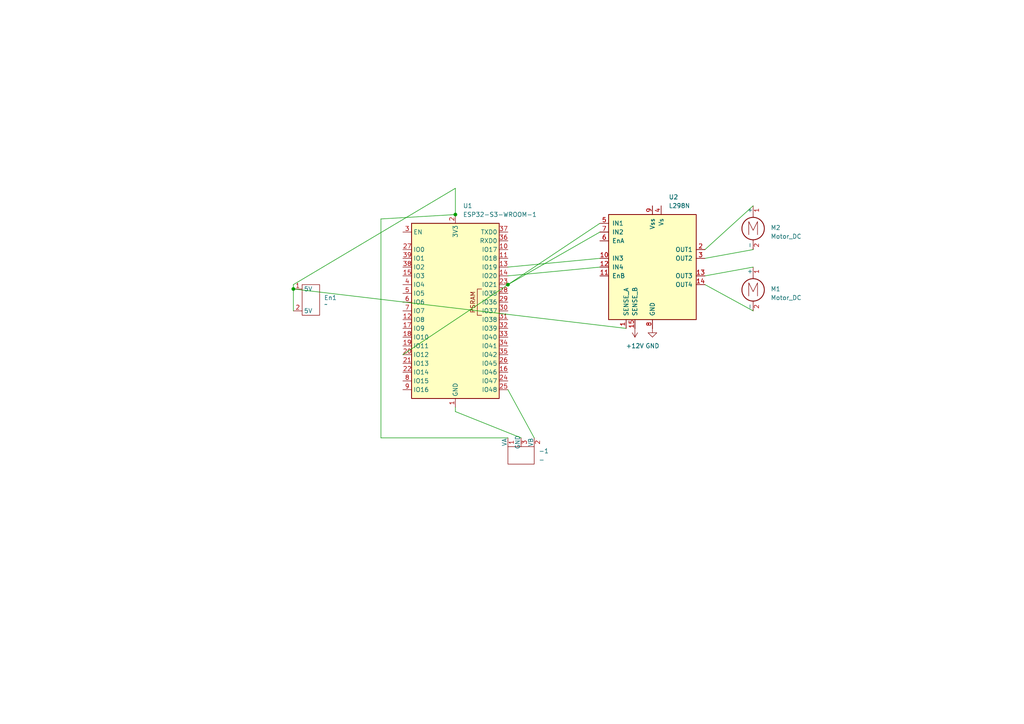
<source format=kicad_sch>
(kicad_sch
	(version 20231120)
	(generator "eeschema")
	(generator_version "8.0")
	(uuid "fbf6d1e7-23a0-49a5-81fd-08a0d567339d")
	(paper "A4")
	(lib_symbols
		(symbol "00_bober1:RGB"
			(pin_names
				(offset 0)
			)
			(exclude_from_sim no)
			(in_bom yes)
			(on_board yes)
			(property "Reference" "-"
				(at -12.446 14.732 0)
				(effects
					(font
						(size 1.27 1.27)
					)
					(justify left)
				)
			)
			(property "Value" "-"
				(at -12.446 14.732 0)
				(effects
					(font
						(size 1.27 1.27)
					)
					(justify left)
				)
			)
			(property "Footprint" "Package_TO_SOT_THT:TO-220-3_Vertical"
				(at -12.446 14.732 0)
				(effects
					(font
						(size 1.27 1.27)
					)
					(justify left)
					(hide yes)
				)
			)
			(property "Datasheet" "-"
				(at -11.43 14.732 0)
				(effects
					(font
						(size 1.27 1.27)
					)
					(hide yes)
				)
			)
			(property "Description" "-"
				(at -11.43 14.732 0)
				(effects
					(font
						(size 1.27 1.27)
					)
					(hide yes)
				)
			)
			(property "ki_keywords" "Constant Current LED Driver IC"
				(at 0 0 0)
				(effects
					(font
						(size 1.27 1.27)
					)
					(hide yes)
				)
			)
			(property "ki_fp_filters" "TO?220*"
				(at 0 0 0)
				(effects
					(font
						(size 1.27 1.27)
					)
					(hide yes)
				)
			)
			(symbol "RGB_0_1"
				(rectangle
					(start -5.08 2.54)
					(end -12.7 -2.54)
					(stroke
						(width 0)
						(type default)
					)
					(fill
						(type none)
					)
				)
			)
			(symbol "RGB_1_1"
				(pin power_in line
					(at -12.7 5.08 270)
					(length 2.54)
					(name "VA"
						(effects
							(font
								(size 1.27 1.27)
							)
						)
					)
					(number "1"
						(effects
							(font
								(size 1.27 1.27)
							)
						)
					)
				)
				(pin input line
					(at -5.08 5.08 270)
					(length 2.54)
					(name "VB"
						(effects
							(font
								(size 1.27 1.27)
							)
						)
					)
					(number "2"
						(effects
							(font
								(size 1.27 1.27)
							)
						)
					)
				)
				(pin power_out line
					(at -8.89 5.08 270)
					(length 2.54)
					(name "GND"
						(effects
							(font
								(size 1.27 1.27)
							)
						)
					)
					(number "3"
						(effects
							(font
								(size 1.27 1.27)
							)
						)
					)
				)
			)
		)
		(symbol "00_bober1:button"
			(exclude_from_sim no)
			(in_bom yes)
			(on_board yes)
			(property "Reference" "En"
				(at -0.254 4.064 0)
				(effects
					(font
						(size 1.27 1.27)
					)
				)
			)
			(property "Value" ""
				(at 0 0 0)
				(effects
					(font
						(size 1.27 1.27)
					)
				)
			)
			(property "Footprint" ""
				(at 0 0 0)
				(effects
					(font
						(size 1.27 1.27)
					)
					(hide yes)
				)
			)
			(property "Datasheet" ""
				(at 0 0 0)
				(effects
					(font
						(size 1.27 1.27)
					)
					(hide yes)
				)
			)
			(property "Description" ""
				(at 0 0 0)
				(effects
					(font
						(size 1.27 1.27)
					)
					(hide yes)
				)
			)
			(symbol "button_0_1"
				(rectangle
					(start -2.54 2.54)
					(end 2.54 -6.35)
					(stroke
						(width 0)
						(type default)
					)
					(fill
						(type none)
					)
				)
			)
			(symbol "button_1_1"
				(pin power_in line
					(at -5.08 1.27 0)
					(length 2.54)
					(name "5V"
						(effects
							(font
								(size 1.27 1.27)
							)
						)
					)
					(number "1"
						(effects
							(font
								(size 1.27 1.27)
							)
						)
					)
				)
				(pin power_out line
					(at -5.08 -5.08 0)
					(length 2.54)
					(name "5V"
						(effects
							(font
								(size 1.27 1.27)
							)
						)
					)
					(number "2"
						(effects
							(font
								(size 1.27 1.27)
							)
						)
					)
				)
			)
		)
		(symbol "Driver_Motor:L298N"
			(pin_names
				(offset 1.016)
			)
			(exclude_from_sim no)
			(in_bom yes)
			(on_board yes)
			(property "Reference" "U"
				(at -10.16 16.51 0)
				(effects
					(font
						(size 1.27 1.27)
					)
					(justify right)
				)
			)
			(property "Value" "L298N"
				(at 12.7 16.51 0)
				(effects
					(font
						(size 1.27 1.27)
					)
					(justify right)
				)
			)
			(property "Footprint" "Package_TO_SOT_THT:TO-220-15_P2.54x2.54mm_StaggerOdd_Lead4.58mm_Vertical"
				(at 1.27 -16.51 0)
				(effects
					(font
						(size 1.27 1.27)
					)
					(justify left)
					(hide yes)
				)
			)
			(property "Datasheet" "http://www.st.com/st-web-ui/static/active/en/resource/technical/document/datasheet/CD00000240.pdf"
				(at 3.81 6.35 0)
				(effects
					(font
						(size 1.27 1.27)
					)
					(hide yes)
				)
			)
			(property "Description" "Dual full bridge motor driver, up to 46V, 4A, Multiwatt15-V"
				(at 0 0 0)
				(effects
					(font
						(size 1.27 1.27)
					)
					(hide yes)
				)
			)
			(property "ki_keywords" "H-bridge motor driver"
				(at 0 0 0)
				(effects
					(font
						(size 1.27 1.27)
					)
					(hide yes)
				)
			)
			(property "ki_fp_filters" "TO?220*StaggerOdd*Vertical*"
				(at 0 0 0)
				(effects
					(font
						(size 1.27 1.27)
					)
					(hide yes)
				)
			)
			(symbol "L298N_0_1"
				(rectangle
					(start -12.7 15.24)
					(end 12.7 -15.24)
					(stroke
						(width 0.254)
						(type default)
					)
					(fill
						(type background)
					)
				)
			)
			(symbol "L298N_1_1"
				(pin power_in line
					(at -7.62 -17.78 90)
					(length 2.54)
					(name "SENSE_A"
						(effects
							(font
								(size 1.27 1.27)
							)
						)
					)
					(number "1"
						(effects
							(font
								(size 1.27 1.27)
							)
						)
					)
				)
				(pin input line
					(at -15.24 2.54 0)
					(length 2.54)
					(name "IN3"
						(effects
							(font
								(size 1.27 1.27)
							)
						)
					)
					(number "10"
						(effects
							(font
								(size 1.27 1.27)
							)
						)
					)
				)
				(pin input line
					(at -15.24 -2.54 0)
					(length 2.54)
					(name "EnB"
						(effects
							(font
								(size 1.27 1.27)
							)
						)
					)
					(number "11"
						(effects
							(font
								(size 1.27 1.27)
							)
						)
					)
				)
				(pin input line
					(at -15.24 0 0)
					(length 2.54)
					(name "IN4"
						(effects
							(font
								(size 1.27 1.27)
							)
						)
					)
					(number "12"
						(effects
							(font
								(size 1.27 1.27)
							)
						)
					)
				)
				(pin output line
					(at 15.24 -2.54 180)
					(length 2.54)
					(name "OUT3"
						(effects
							(font
								(size 1.27 1.27)
							)
						)
					)
					(number "13"
						(effects
							(font
								(size 1.27 1.27)
							)
						)
					)
				)
				(pin output line
					(at 15.24 -5.08 180)
					(length 2.54)
					(name "OUT4"
						(effects
							(font
								(size 1.27 1.27)
							)
						)
					)
					(number "14"
						(effects
							(font
								(size 1.27 1.27)
							)
						)
					)
				)
				(pin power_in line
					(at -5.08 -17.78 90)
					(length 2.54)
					(name "SENSE_B"
						(effects
							(font
								(size 1.27 1.27)
							)
						)
					)
					(number "15"
						(effects
							(font
								(size 1.27 1.27)
							)
						)
					)
				)
				(pin output line
					(at 15.24 5.08 180)
					(length 2.54)
					(name "OUT1"
						(effects
							(font
								(size 1.27 1.27)
							)
						)
					)
					(number "2"
						(effects
							(font
								(size 1.27 1.27)
							)
						)
					)
				)
				(pin output line
					(at 15.24 2.54 180)
					(length 2.54)
					(name "OUT2"
						(effects
							(font
								(size 1.27 1.27)
							)
						)
					)
					(number "3"
						(effects
							(font
								(size 1.27 1.27)
							)
						)
					)
				)
				(pin power_in line
					(at 2.54 17.78 270)
					(length 2.54)
					(name "Vs"
						(effects
							(font
								(size 1.27 1.27)
							)
						)
					)
					(number "4"
						(effects
							(font
								(size 1.27 1.27)
							)
						)
					)
				)
				(pin input line
					(at -15.24 12.7 0)
					(length 2.54)
					(name "IN1"
						(effects
							(font
								(size 1.27 1.27)
							)
						)
					)
					(number "5"
						(effects
							(font
								(size 1.27 1.27)
							)
						)
					)
				)
				(pin input line
					(at -15.24 7.62 0)
					(length 2.54)
					(name "EnA"
						(effects
							(font
								(size 1.27 1.27)
							)
						)
					)
					(number "6"
						(effects
							(font
								(size 1.27 1.27)
							)
						)
					)
				)
				(pin input line
					(at -15.24 10.16 0)
					(length 2.54)
					(name "IN2"
						(effects
							(font
								(size 1.27 1.27)
							)
						)
					)
					(number "7"
						(effects
							(font
								(size 1.27 1.27)
							)
						)
					)
				)
				(pin power_in line
					(at 0 -17.78 90)
					(length 2.54)
					(name "GND"
						(effects
							(font
								(size 1.27 1.27)
							)
						)
					)
					(number "8"
						(effects
							(font
								(size 1.27 1.27)
							)
						)
					)
				)
				(pin power_in line
					(at 0 17.78 270)
					(length 2.54)
					(name "Vss"
						(effects
							(font
								(size 1.27 1.27)
							)
						)
					)
					(number "9"
						(effects
							(font
								(size 1.27 1.27)
							)
						)
					)
				)
			)
		)
		(symbol "Motor:Motor_DC"
			(pin_names
				(offset 0)
			)
			(exclude_from_sim no)
			(in_bom yes)
			(on_board yes)
			(property "Reference" "M"
				(at 2.54 2.54 0)
				(effects
					(font
						(size 1.27 1.27)
					)
					(justify left)
				)
			)
			(property "Value" "Motor_DC"
				(at 2.54 -5.08 0)
				(effects
					(font
						(size 1.27 1.27)
					)
					(justify left top)
				)
			)
			(property "Footprint" ""
				(at 0 -2.286 0)
				(effects
					(font
						(size 1.27 1.27)
					)
					(hide yes)
				)
			)
			(property "Datasheet" "~"
				(at 0 -2.286 0)
				(effects
					(font
						(size 1.27 1.27)
					)
					(hide yes)
				)
			)
			(property "Description" "DC Motor"
				(at 0 0 0)
				(effects
					(font
						(size 1.27 1.27)
					)
					(hide yes)
				)
			)
			(property "ki_keywords" "DC Motor"
				(at 0 0 0)
				(effects
					(font
						(size 1.27 1.27)
					)
					(hide yes)
				)
			)
			(property "ki_fp_filters" "PinHeader*P2.54mm* TerminalBlock*"
				(at 0 0 0)
				(effects
					(font
						(size 1.27 1.27)
					)
					(hide yes)
				)
			)
			(symbol "Motor_DC_0_0"
				(polyline
					(pts
						(xy -1.27 -3.302) (xy -1.27 0.508) (xy 0 -2.032) (xy 1.27 0.508) (xy 1.27 -3.302)
					)
					(stroke
						(width 0)
						(type default)
					)
					(fill
						(type none)
					)
				)
			)
			(symbol "Motor_DC_0_1"
				(circle
					(center 0 -1.524)
					(radius 3.2512)
					(stroke
						(width 0.254)
						(type default)
					)
					(fill
						(type none)
					)
				)
				(polyline
					(pts
						(xy 0 -7.62) (xy 0 -7.112)
					)
					(stroke
						(width 0)
						(type default)
					)
					(fill
						(type none)
					)
				)
				(polyline
					(pts
						(xy 0 -4.7752) (xy 0 -5.1816)
					)
					(stroke
						(width 0)
						(type default)
					)
					(fill
						(type none)
					)
				)
				(polyline
					(pts
						(xy 0 1.7272) (xy 0 2.0828)
					)
					(stroke
						(width 0)
						(type default)
					)
					(fill
						(type none)
					)
				)
				(polyline
					(pts
						(xy 0 2.032) (xy 0 2.54)
					)
					(stroke
						(width 0)
						(type default)
					)
					(fill
						(type none)
					)
				)
			)
			(symbol "Motor_DC_1_1"
				(pin passive line
					(at 0 5.08 270)
					(length 2.54)
					(name "+"
						(effects
							(font
								(size 1.27 1.27)
							)
						)
					)
					(number "1"
						(effects
							(font
								(size 1.27 1.27)
							)
						)
					)
				)
				(pin passive line
					(at 0 -7.62 90)
					(length 2.54)
					(name "-"
						(effects
							(font
								(size 1.27 1.27)
							)
						)
					)
					(number "2"
						(effects
							(font
								(size 1.27 1.27)
							)
						)
					)
				)
			)
		)
		(symbol "RF_Module:ESP32-S3-WROOM-1"
			(exclude_from_sim no)
			(in_bom yes)
			(on_board yes)
			(property "Reference" "U"
				(at -12.7 26.67 0)
				(effects
					(font
						(size 1.27 1.27)
					)
				)
			)
			(property "Value" "ESP32-S3-WROOM-1"
				(at 12.7 26.67 0)
				(effects
					(font
						(size 1.27 1.27)
					)
				)
			)
			(property "Footprint" "RF_Module:ESP32-S3-WROOM-1"
				(at 0 2.54 0)
				(effects
					(font
						(size 1.27 1.27)
					)
					(hide yes)
				)
			)
			(property "Datasheet" "https://www.espressif.com/sites/default/files/documentation/esp32-s3-wroom-1_wroom-1u_datasheet_en.pdf"
				(at 0 0 0)
				(effects
					(font
						(size 1.27 1.27)
					)
					(hide yes)
				)
			)
			(property "Description" "RF Module, ESP32-S3 SoC, Wi-Fi 802.11b/g/n, Bluetooth, BLE, 32-bit, 3.3V, onboard antenna, SMD"
				(at 0 0 0)
				(effects
					(font
						(size 1.27 1.27)
					)
					(hide yes)
				)
			)
			(property "ki_keywords" "RF Radio BT ESP ESP32-S3 Espressif onboard PCB antenna"
				(at 0 0 0)
				(effects
					(font
						(size 1.27 1.27)
					)
					(hide yes)
				)
			)
			(property "ki_fp_filters" "ESP32?S3?WROOM?1*"
				(at 0 0 0)
				(effects
					(font
						(size 1.27 1.27)
					)
					(hide yes)
				)
			)
			(symbol "ESP32-S3-WROOM-1_0_0"
				(rectangle
					(start -12.7 25.4)
					(end 12.7 -25.4)
					(stroke
						(width 0.254)
						(type default)
					)
					(fill
						(type background)
					)
				)
				(text "PSRAM"
					(at 5.08 2.54 900)
					(effects
						(font
							(size 1.27 1.27)
						)
					)
				)
			)
			(symbol "ESP32-S3-WROOM-1_0_1"
				(polyline
					(pts
						(xy 7.62 -1.27) (xy 6.35 -1.27) (xy 6.35 6.35) (xy 7.62 6.35)
					)
					(stroke
						(width 0)
						(type default)
					)
					(fill
						(type none)
					)
				)
			)
			(symbol "ESP32-S3-WROOM-1_1_1"
				(pin power_in line
					(at 0 -27.94 90)
					(length 2.54)
					(name "GND"
						(effects
							(font
								(size 1.27 1.27)
							)
						)
					)
					(number "1"
						(effects
							(font
								(size 1.27 1.27)
							)
						)
					)
				)
				(pin bidirectional line
					(at 15.24 17.78 180)
					(length 2.54)
					(name "IO17"
						(effects
							(font
								(size 1.27 1.27)
							)
						)
					)
					(number "10"
						(effects
							(font
								(size 1.27 1.27)
							)
						)
					)
				)
				(pin bidirectional line
					(at 15.24 15.24 180)
					(length 2.54)
					(name "IO18"
						(effects
							(font
								(size 1.27 1.27)
							)
						)
					)
					(number "11"
						(effects
							(font
								(size 1.27 1.27)
							)
						)
					)
				)
				(pin bidirectional line
					(at -15.24 -2.54 0)
					(length 2.54)
					(name "IO8"
						(effects
							(font
								(size 1.27 1.27)
							)
						)
					)
					(number "12"
						(effects
							(font
								(size 1.27 1.27)
							)
						)
					)
				)
				(pin bidirectional line
					(at 15.24 12.7 180)
					(length 2.54)
					(name "IO19"
						(effects
							(font
								(size 1.27 1.27)
							)
						)
					)
					(number "13"
						(effects
							(font
								(size 1.27 1.27)
							)
						)
					)
				)
				(pin bidirectional line
					(at 15.24 10.16 180)
					(length 2.54)
					(name "IO20"
						(effects
							(font
								(size 1.27 1.27)
							)
						)
					)
					(number "14"
						(effects
							(font
								(size 1.27 1.27)
							)
						)
					)
				)
				(pin bidirectional line
					(at -15.24 10.16 0)
					(length 2.54)
					(name "IO3"
						(effects
							(font
								(size 1.27 1.27)
							)
						)
					)
					(number "15"
						(effects
							(font
								(size 1.27 1.27)
							)
						)
					)
				)
				(pin bidirectional line
					(at 15.24 -17.78 180)
					(length 2.54)
					(name "IO46"
						(effects
							(font
								(size 1.27 1.27)
							)
						)
					)
					(number "16"
						(effects
							(font
								(size 1.27 1.27)
							)
						)
					)
				)
				(pin bidirectional line
					(at -15.24 -5.08 0)
					(length 2.54)
					(name "IO9"
						(effects
							(font
								(size 1.27 1.27)
							)
						)
					)
					(number "17"
						(effects
							(font
								(size 1.27 1.27)
							)
						)
					)
				)
				(pin bidirectional line
					(at -15.24 -7.62 0)
					(length 2.54)
					(name "IO10"
						(effects
							(font
								(size 1.27 1.27)
							)
						)
					)
					(number "18"
						(effects
							(font
								(size 1.27 1.27)
							)
						)
					)
				)
				(pin bidirectional line
					(at -15.24 -10.16 0)
					(length 2.54)
					(name "IO11"
						(effects
							(font
								(size 1.27 1.27)
							)
						)
					)
					(number "19"
						(effects
							(font
								(size 1.27 1.27)
							)
						)
					)
				)
				(pin power_in line
					(at 0 27.94 270)
					(length 2.54)
					(name "3V3"
						(effects
							(font
								(size 1.27 1.27)
							)
						)
					)
					(number "2"
						(effects
							(font
								(size 1.27 1.27)
							)
						)
					)
				)
				(pin bidirectional line
					(at -15.24 -12.7 0)
					(length 2.54)
					(name "IO12"
						(effects
							(font
								(size 1.27 1.27)
							)
						)
					)
					(number "20"
						(effects
							(font
								(size 1.27 1.27)
							)
						)
					)
				)
				(pin bidirectional line
					(at -15.24 -15.24 0)
					(length 2.54)
					(name "IO13"
						(effects
							(font
								(size 1.27 1.27)
							)
						)
					)
					(number "21"
						(effects
							(font
								(size 1.27 1.27)
							)
						)
					)
				)
				(pin bidirectional line
					(at -15.24 -17.78 0)
					(length 2.54)
					(name "IO14"
						(effects
							(font
								(size 1.27 1.27)
							)
						)
					)
					(number "22"
						(effects
							(font
								(size 1.27 1.27)
							)
						)
					)
				)
				(pin bidirectional line
					(at 15.24 7.62 180)
					(length 2.54)
					(name "IO21"
						(effects
							(font
								(size 1.27 1.27)
							)
						)
					)
					(number "23"
						(effects
							(font
								(size 1.27 1.27)
							)
						)
					)
				)
				(pin bidirectional line
					(at 15.24 -20.32 180)
					(length 2.54)
					(name "IO47"
						(effects
							(font
								(size 1.27 1.27)
							)
						)
					)
					(number "24"
						(effects
							(font
								(size 1.27 1.27)
							)
						)
					)
				)
				(pin bidirectional line
					(at 15.24 -22.86 180)
					(length 2.54)
					(name "IO48"
						(effects
							(font
								(size 1.27 1.27)
							)
						)
					)
					(number "25"
						(effects
							(font
								(size 1.27 1.27)
							)
						)
					)
				)
				(pin bidirectional line
					(at 15.24 -15.24 180)
					(length 2.54)
					(name "IO45"
						(effects
							(font
								(size 1.27 1.27)
							)
						)
					)
					(number "26"
						(effects
							(font
								(size 1.27 1.27)
							)
						)
					)
				)
				(pin bidirectional line
					(at -15.24 17.78 0)
					(length 2.54)
					(name "IO0"
						(effects
							(font
								(size 1.27 1.27)
							)
						)
					)
					(number "27"
						(effects
							(font
								(size 1.27 1.27)
							)
						)
					)
				)
				(pin bidirectional line
					(at 15.24 5.08 180)
					(length 2.54)
					(name "IO35"
						(effects
							(font
								(size 1.27 1.27)
							)
						)
					)
					(number "28"
						(effects
							(font
								(size 1.27 1.27)
							)
						)
					)
				)
				(pin bidirectional line
					(at 15.24 2.54 180)
					(length 2.54)
					(name "IO36"
						(effects
							(font
								(size 1.27 1.27)
							)
						)
					)
					(number "29"
						(effects
							(font
								(size 1.27 1.27)
							)
						)
					)
				)
				(pin input line
					(at -15.24 22.86 0)
					(length 2.54)
					(name "EN"
						(effects
							(font
								(size 1.27 1.27)
							)
						)
					)
					(number "3"
						(effects
							(font
								(size 1.27 1.27)
							)
						)
					)
				)
				(pin bidirectional line
					(at 15.24 0 180)
					(length 2.54)
					(name "IO37"
						(effects
							(font
								(size 1.27 1.27)
							)
						)
					)
					(number "30"
						(effects
							(font
								(size 1.27 1.27)
							)
						)
					)
				)
				(pin bidirectional line
					(at 15.24 -2.54 180)
					(length 2.54)
					(name "IO38"
						(effects
							(font
								(size 1.27 1.27)
							)
						)
					)
					(number "31"
						(effects
							(font
								(size 1.27 1.27)
							)
						)
					)
				)
				(pin bidirectional line
					(at 15.24 -5.08 180)
					(length 2.54)
					(name "IO39"
						(effects
							(font
								(size 1.27 1.27)
							)
						)
					)
					(number "32"
						(effects
							(font
								(size 1.27 1.27)
							)
						)
					)
				)
				(pin bidirectional line
					(at 15.24 -7.62 180)
					(length 2.54)
					(name "IO40"
						(effects
							(font
								(size 1.27 1.27)
							)
						)
					)
					(number "33"
						(effects
							(font
								(size 1.27 1.27)
							)
						)
					)
				)
				(pin bidirectional line
					(at 15.24 -10.16 180)
					(length 2.54)
					(name "IO41"
						(effects
							(font
								(size 1.27 1.27)
							)
						)
					)
					(number "34"
						(effects
							(font
								(size 1.27 1.27)
							)
						)
					)
				)
				(pin bidirectional line
					(at 15.24 -12.7 180)
					(length 2.54)
					(name "IO42"
						(effects
							(font
								(size 1.27 1.27)
							)
						)
					)
					(number "35"
						(effects
							(font
								(size 1.27 1.27)
							)
						)
					)
				)
				(pin bidirectional line
					(at 15.24 20.32 180)
					(length 2.54)
					(name "RXD0"
						(effects
							(font
								(size 1.27 1.27)
							)
						)
					)
					(number "36"
						(effects
							(font
								(size 1.27 1.27)
							)
						)
					)
				)
				(pin bidirectional line
					(at 15.24 22.86 180)
					(length 2.54)
					(name "TXD0"
						(effects
							(font
								(size 1.27 1.27)
							)
						)
					)
					(number "37"
						(effects
							(font
								(size 1.27 1.27)
							)
						)
					)
				)
				(pin bidirectional line
					(at -15.24 12.7 0)
					(length 2.54)
					(name "IO2"
						(effects
							(font
								(size 1.27 1.27)
							)
						)
					)
					(number "38"
						(effects
							(font
								(size 1.27 1.27)
							)
						)
					)
				)
				(pin bidirectional line
					(at -15.24 15.24 0)
					(length 2.54)
					(name "IO1"
						(effects
							(font
								(size 1.27 1.27)
							)
						)
					)
					(number "39"
						(effects
							(font
								(size 1.27 1.27)
							)
						)
					)
				)
				(pin bidirectional line
					(at -15.24 7.62 0)
					(length 2.54)
					(name "IO4"
						(effects
							(font
								(size 1.27 1.27)
							)
						)
					)
					(number "4"
						(effects
							(font
								(size 1.27 1.27)
							)
						)
					)
				)
				(pin passive line
					(at 0 -27.94 90)
					(length 2.54) hide
					(name "GND"
						(effects
							(font
								(size 1.27 1.27)
							)
						)
					)
					(number "40"
						(effects
							(font
								(size 1.27 1.27)
							)
						)
					)
				)
				(pin passive line
					(at 0 -27.94 90)
					(length 2.54) hide
					(name "GND"
						(effects
							(font
								(size 1.27 1.27)
							)
						)
					)
					(number "41"
						(effects
							(font
								(size 1.27 1.27)
							)
						)
					)
				)
				(pin bidirectional line
					(at -15.24 5.08 0)
					(length 2.54)
					(name "IO5"
						(effects
							(font
								(size 1.27 1.27)
							)
						)
					)
					(number "5"
						(effects
							(font
								(size 1.27 1.27)
							)
						)
					)
				)
				(pin bidirectional line
					(at -15.24 2.54 0)
					(length 2.54)
					(name "IO6"
						(effects
							(font
								(size 1.27 1.27)
							)
						)
					)
					(number "6"
						(effects
							(font
								(size 1.27 1.27)
							)
						)
					)
				)
				(pin bidirectional line
					(at -15.24 0 0)
					(length 2.54)
					(name "IO7"
						(effects
							(font
								(size 1.27 1.27)
							)
						)
					)
					(number "7"
						(effects
							(font
								(size 1.27 1.27)
							)
						)
					)
				)
				(pin bidirectional line
					(at -15.24 -20.32 0)
					(length 2.54)
					(name "IO15"
						(effects
							(font
								(size 1.27 1.27)
							)
						)
					)
					(number "8"
						(effects
							(font
								(size 1.27 1.27)
							)
						)
					)
				)
				(pin bidirectional line
					(at -15.24 -22.86 0)
					(length 2.54)
					(name "IO16"
						(effects
							(font
								(size 1.27 1.27)
							)
						)
					)
					(number "9"
						(effects
							(font
								(size 1.27 1.27)
							)
						)
					)
				)
			)
		)
		(symbol "power:+12V"
			(power)
			(pin_numbers hide)
			(pin_names
				(offset 0) hide)
			(exclude_from_sim no)
			(in_bom yes)
			(on_board yes)
			(property "Reference" "#PWR"
				(at 0 -3.81 0)
				(effects
					(font
						(size 1.27 1.27)
					)
					(hide yes)
				)
			)
			(property "Value" "+12V"
				(at 0 3.556 0)
				(effects
					(font
						(size 1.27 1.27)
					)
				)
			)
			(property "Footprint" ""
				(at 0 0 0)
				(effects
					(font
						(size 1.27 1.27)
					)
					(hide yes)
				)
			)
			(property "Datasheet" ""
				(at 0 0 0)
				(effects
					(font
						(size 1.27 1.27)
					)
					(hide yes)
				)
			)
			(property "Description" "Power symbol creates a global label with name \"+12V\""
				(at 0 0 0)
				(effects
					(font
						(size 1.27 1.27)
					)
					(hide yes)
				)
			)
			(property "ki_keywords" "global power"
				(at 0 0 0)
				(effects
					(font
						(size 1.27 1.27)
					)
					(hide yes)
				)
			)
			(symbol "+12V_0_1"
				(polyline
					(pts
						(xy -0.762 1.27) (xy 0 2.54)
					)
					(stroke
						(width 0)
						(type default)
					)
					(fill
						(type none)
					)
				)
				(polyline
					(pts
						(xy 0 0) (xy 0 2.54)
					)
					(stroke
						(width 0)
						(type default)
					)
					(fill
						(type none)
					)
				)
				(polyline
					(pts
						(xy 0 2.54) (xy 0.762 1.27)
					)
					(stroke
						(width 0)
						(type default)
					)
					(fill
						(type none)
					)
				)
			)
			(symbol "+12V_1_1"
				(pin power_in line
					(at 0 0 90)
					(length 0)
					(name "~"
						(effects
							(font
								(size 1.27 1.27)
							)
						)
					)
					(number "1"
						(effects
							(font
								(size 1.27 1.27)
							)
						)
					)
				)
			)
		)
		(symbol "power:GND"
			(power)
			(pin_numbers hide)
			(pin_names
				(offset 0) hide)
			(exclude_from_sim no)
			(in_bom yes)
			(on_board yes)
			(property "Reference" "#PWR"
				(at 0 -6.35 0)
				(effects
					(font
						(size 1.27 1.27)
					)
					(hide yes)
				)
			)
			(property "Value" "GND"
				(at 0 -3.81 0)
				(effects
					(font
						(size 1.27 1.27)
					)
				)
			)
			(property "Footprint" ""
				(at 0 0 0)
				(effects
					(font
						(size 1.27 1.27)
					)
					(hide yes)
				)
			)
			(property "Datasheet" ""
				(at 0 0 0)
				(effects
					(font
						(size 1.27 1.27)
					)
					(hide yes)
				)
			)
			(property "Description" "Power symbol creates a global label with name \"GND\" , ground"
				(at 0 0 0)
				(effects
					(font
						(size 1.27 1.27)
					)
					(hide yes)
				)
			)
			(property "ki_keywords" "global power"
				(at 0 0 0)
				(effects
					(font
						(size 1.27 1.27)
					)
					(hide yes)
				)
			)
			(symbol "GND_0_1"
				(polyline
					(pts
						(xy 0 0) (xy 0 -1.27) (xy 1.27 -1.27) (xy 0 -2.54) (xy -1.27 -1.27) (xy 0 -1.27)
					)
					(stroke
						(width 0)
						(type default)
					)
					(fill
						(type none)
					)
				)
			)
			(symbol "GND_1_1"
				(pin power_in line
					(at 0 0 270)
					(length 0)
					(name "~"
						(effects
							(font
								(size 1.27 1.27)
							)
						)
					)
					(number "1"
						(effects
							(font
								(size 1.27 1.27)
							)
						)
					)
				)
			)
		)
	)
	(junction
		(at 85.09 83.82)
		(diameter 0)
		(color 0 0 0 0)
		(uuid "002e22a5-c18b-4d7c-a3df-10543d7badfc")
	)
	(junction
		(at 132.08 62.23)
		(diameter 0)
		(color 0 0 0 0)
		(uuid "9e6027a8-8789-49dc-bfa1-adc60ce2a406")
	)
	(junction
		(at 147.32 82.55)
		(diameter 0)
		(color 0 0 0 0)
		(uuid "bdc5c175-9c2d-4a96-b06c-0227767d0137")
	)
	(wire
		(pts
			(xy 132.08 119.38) (xy 151.13 127)
		)
		(stroke
			(width 0)
			(type default)
		)
		(uuid "027275c6-a5fa-425c-9865-e97a7e403424")
	)
	(wire
		(pts
			(xy 218.44 77.47) (xy 204.47 80.01)
		)
		(stroke
			(width 0)
			(type default)
		)
		(uuid "04a074fd-f6f9-42c7-ad6f-b26b860b5b9b")
	)
	(wire
		(pts
			(xy 147.32 82.55) (xy 116.84 102.87)
		)
		(stroke
			(width 0)
			(type default)
		)
		(uuid "06293ee7-c4e4-4289-bc98-d77355d68e22")
	)
	(wire
		(pts
			(xy 218.44 59.69) (xy 204.47 72.39)
		)
		(stroke
			(width 0)
			(type default)
		)
		(uuid "2a6ac67d-e403-4b5e-885e-f6ea816f6ed3")
	)
	(wire
		(pts
			(xy 85.09 83.82) (xy 85.09 90.17)
		)
		(stroke
			(width 0)
			(type default)
		)
		(uuid "2b37db81-e2ef-481f-a4a3-5fe804d9fb6a")
	)
	(wire
		(pts
			(xy 218.44 90.17) (xy 204.47 82.55)
		)
		(stroke
			(width 0)
			(type default)
		)
		(uuid "3d5d820b-b4e6-4902-a228-82cd8403ab9e")
	)
	(wire
		(pts
			(xy 132.08 118.11) (xy 132.08 119.38)
		)
		(stroke
			(width 0)
			(type default)
		)
		(uuid "6ebb1096-1056-457a-887c-ecc06bbe827e")
	)
	(wire
		(pts
			(xy 85.09 82.55) (xy 85.09 83.82)
		)
		(stroke
			(width 0)
			(type default)
		)
		(uuid "732eadd0-9093-4bb8-bf2c-ff046e21da3f")
	)
	(wire
		(pts
			(xy 110.49 127) (xy 110.49 63.5)
		)
		(stroke
			(width 0)
			(type default)
		)
		(uuid "7b35c7ab-852a-40e9-a23b-ea18d87eab06")
	)
	(wire
		(pts
			(xy 173.99 77.47) (xy 147.32 80.01)
		)
		(stroke
			(width 0)
			(type default)
		)
		(uuid "80005f31-e5ea-474f-9ba1-ac991512afcc")
	)
	(wire
		(pts
			(xy 154.94 127) (xy 147.32 113.03)
		)
		(stroke
			(width 0)
			(type default)
		)
		(uuid "80d211b0-f663-4afc-b15a-cc5b8afa5092")
	)
	(wire
		(pts
			(xy 85.09 82.55) (xy 132.08 54.61)
		)
		(stroke
			(width 0)
			(type default)
		)
		(uuid "9d9d4b26-fece-4dcb-a988-1feeff684e58")
	)
	(wire
		(pts
			(xy 85.09 83.82) (xy 181.61 95.25)
		)
		(stroke
			(width 0)
			(type default)
		)
		(uuid "a2729e03-132d-42d0-b765-fa9c12cbf866")
	)
	(wire
		(pts
			(xy 173.99 74.93) (xy 147.32 77.47)
		)
		(stroke
			(width 0)
			(type default)
		)
		(uuid "a6549b91-602b-465e-90b8-7fa4c2ab8ba8")
	)
	(wire
		(pts
			(xy 110.49 63.5) (xy 132.08 62.23)
		)
		(stroke
			(width 0)
			(type default)
		)
		(uuid "a7e21393-b931-451a-b97a-934171d8b1ac")
	)
	(wire
		(pts
			(xy 132.08 54.61) (xy 132.08 62.23)
		)
		(stroke
			(width 0)
			(type default)
		)
		(uuid "c362218a-d0ab-4de1-9b0f-d4a5d8207859")
	)
	(wire
		(pts
			(xy 218.44 72.39) (xy 204.47 74.93)
		)
		(stroke
			(width 0)
			(type default)
		)
		(uuid "e29fe335-5653-4cb6-bd09-d0e5313cf847")
	)
	(wire
		(pts
			(xy 173.99 64.77) (xy 147.32 82.55)
		)
		(stroke
			(width 0)
			(type default)
		)
		(uuid "e37b763a-235c-4c5a-b7d9-11e0d48ce90a")
	)
	(wire
		(pts
			(xy 147.32 127) (xy 110.49 127)
		)
		(stroke
			(width 0)
			(type default)
		)
		(uuid "ed36b975-9e97-446a-8dad-878bf84eda0d")
	)
	(wire
		(pts
			(xy 173.99 67.31) (xy 147.32 82.55)
		)
		(stroke
			(width 0)
			(type default)
		)
		(uuid "fbc81676-b8dd-45dd-b7e8-e4f40d909db2")
	)
	(symbol
		(lib_id "00_bober1:button")
		(at 90.17 85.09 0)
		(unit 1)
		(exclude_from_sim no)
		(in_bom yes)
		(on_board yes)
		(dnp no)
		(fields_autoplaced yes)
		(uuid "03bd003c-de07-431a-b107-9efed06f2760")
		(property "Reference" "En1"
			(at 93.98 86.3599 0)
			(effects
				(font
					(size 1.27 1.27)
				)
				(justify left)
			)
		)
		(property "Value" "~"
			(at 93.98 88.265 0)
			(effects
				(font
					(size 1.27 1.27)
				)
				(justify left)
			)
		)
		(property "Footprint" ""
			(at 90.17 85.09 0)
			(effects
				(font
					(size 1.27 1.27)
				)
				(hide yes)
			)
		)
		(property "Datasheet" ""
			(at 90.17 85.09 0)
			(effects
				(font
					(size 1.27 1.27)
				)
				(hide yes)
			)
		)
		(property "Description" ""
			(at 90.17 85.09 0)
			(effects
				(font
					(size 1.27 1.27)
				)
				(hide yes)
			)
		)
		(pin "1"
			(uuid "2acf1847-3264-43df-931d-ee2264c303e7")
		)
		(pin "2"
			(uuid "53dbb9eb-a73a-434c-8a71-20de847627bf")
		)
		(instances
			(project ""
				(path "/fbf6d1e7-23a0-49a5-81fd-08a0d567339d"
					(reference "En1")
					(unit 1)
				)
			)
		)
	)
	(symbol
		(lib_id "00_bober1:RGB")
		(at 160.02 132.08 0)
		(unit 1)
		(exclude_from_sim no)
		(in_bom yes)
		(on_board yes)
		(dnp no)
		(fields_autoplaced yes)
		(uuid "1c97b39b-83d1-4552-a608-121c873b8258")
		(property "Reference" "-1"
			(at 156.21 130.8099 0)
			(effects
				(font
					(size 1.27 1.27)
				)
				(justify left)
			)
		)
		(property "Value" "-"
			(at 156.21 133.3499 0)
			(effects
				(font
					(size 1.27 1.27)
				)
				(justify left)
			)
		)
		(property "Footprint" "Package_TO_SOT_THT:TO-220-3_Vertical"
			(at 147.574 117.348 0)
			(effects
				(font
					(size 1.27 1.27)
				)
				(justify left)
				(hide yes)
			)
		)
		(property "Datasheet" "-"
			(at 148.59 117.348 0)
			(effects
				(font
					(size 1.27 1.27)
				)
				(hide yes)
			)
		)
		(property "Description" "-"
			(at 148.59 117.348 0)
			(effects
				(font
					(size 1.27 1.27)
				)
				(hide yes)
			)
		)
		(pin "1"
			(uuid "c7ceeb38-1e4e-4be2-aee4-e5ee8f30f416")
		)
		(pin "2"
			(uuid "a759e9f4-893e-4e3e-9232-3f5db6d4959d")
		)
		(pin "3"
			(uuid "14f809c8-7105-4f5d-b87f-bdb254106724")
		)
		(instances
			(project ""
				(path "/fbf6d1e7-23a0-49a5-81fd-08a0d567339d"
					(reference "-1")
					(unit 1)
				)
			)
		)
	)
	(symbol
		(lib_id "Driver_Motor:L298N")
		(at 189.23 77.47 0)
		(unit 1)
		(exclude_from_sim no)
		(in_bom yes)
		(on_board yes)
		(dnp no)
		(fields_autoplaced yes)
		(uuid "5196beaa-f23f-4c9d-bbbf-e61c92144ea3")
		(property "Reference" "U2"
			(at 193.9641 57.15 0)
			(effects
				(font
					(size 1.27 1.27)
				)
				(justify left)
			)
		)
		(property "Value" "L298N"
			(at 193.9641 59.69 0)
			(effects
				(font
					(size 1.27 1.27)
				)
				(justify left)
			)
		)
		(property "Footprint" "Package_TO_SOT_THT:TO-220-15_P2.54x2.54mm_StaggerOdd_Lead4.58mm_Vertical"
			(at 190.5 93.98 0)
			(effects
				(font
					(size 1.27 1.27)
				)
				(justify left)
				(hide yes)
			)
		)
		(property "Datasheet" "http://www.st.com/st-web-ui/static/active/en/resource/technical/document/datasheet/CD00000240.pdf"
			(at 193.04 71.12 0)
			(effects
				(font
					(size 1.27 1.27)
				)
				(hide yes)
			)
		)
		(property "Description" "Dual full bridge motor driver, up to 46V, 4A, Multiwatt15-V"
			(at 189.23 77.47 0)
			(effects
				(font
					(size 1.27 1.27)
				)
				(hide yes)
			)
		)
		(pin "14"
			(uuid "945c86e3-6e61-4197-ae3c-8e5f0a85435d")
		)
		(pin "2"
			(uuid "3655c8ae-0a2c-4f8a-bf9a-90ac87421a20")
		)
		(pin "15"
			(uuid "c0ab9149-9cfd-4f28-8856-0d341237d63c")
		)
		(pin "13"
			(uuid "425b2285-4180-4849-a225-a4f69c79aee0")
		)
		(pin "10"
			(uuid "63b37740-0a04-494e-9b7b-7e65d2a1d0a6")
		)
		(pin "5"
			(uuid "6d49a7d8-2784-4de9-aaf6-8707fd1f6f50")
		)
		(pin "6"
			(uuid "cde9afe8-66c1-4588-b94b-4c531df407bb")
		)
		(pin "8"
			(uuid "37f28229-e035-49d2-88d7-53ef25384435")
		)
		(pin "1"
			(uuid "0d547349-9f18-46ae-9063-bcb3e46f256f")
		)
		(pin "9"
			(uuid "422cf3c0-4045-46f9-ae7f-edb45c1b9697")
		)
		(pin "7"
			(uuid "75e0586d-61d8-4b28-abce-cc079f2bd61e")
		)
		(pin "4"
			(uuid "cdcfd6d2-2672-423c-a149-a284c7ec1f2a")
		)
		(pin "3"
			(uuid "e6721799-0d4b-4ed4-8212-84ab81763e54")
		)
		(pin "11"
			(uuid "8f617ad3-49c3-437d-bc29-461704c46d22")
		)
		(pin "12"
			(uuid "787da820-2adf-4cc9-b200-c079e1f53ef7")
		)
		(instances
			(project ""
				(path "/fbf6d1e7-23a0-49a5-81fd-08a0d567339d"
					(reference "U2")
					(unit 1)
				)
			)
		)
	)
	(symbol
		(lib_id "Motor:Motor_DC")
		(at 218.44 82.55 0)
		(unit 1)
		(exclude_from_sim no)
		(in_bom yes)
		(on_board yes)
		(dnp no)
		(fields_autoplaced yes)
		(uuid "5908caa9-c5ca-4b30-8b28-8cb2a4f0b1ea")
		(property "Reference" "M1"
			(at 223.52 83.8199 0)
			(effects
				(font
					(size 1.27 1.27)
				)
				(justify left)
			)
		)
		(property "Value" "Motor_DC"
			(at 223.52 86.3599 0)
			(effects
				(font
					(size 1.27 1.27)
				)
				(justify left)
			)
		)
		(property "Footprint" ""
			(at 218.44 84.836 0)
			(effects
				(font
					(size 1.27 1.27)
				)
				(hide yes)
			)
		)
		(property "Datasheet" "~"
			(at 218.44 84.836 0)
			(effects
				(font
					(size 1.27 1.27)
				)
				(hide yes)
			)
		)
		(property "Description" "DC Motor"
			(at 218.44 82.55 0)
			(effects
				(font
					(size 1.27 1.27)
				)
				(hide yes)
			)
		)
		(pin "1"
			(uuid "bc7f11d1-e19c-4037-b4b5-f671fca49ed0")
		)
		(pin "2"
			(uuid "2a41dd3d-5397-48b7-b792-a828305b3140")
		)
		(instances
			(project ""
				(path "/fbf6d1e7-23a0-49a5-81fd-08a0d567339d"
					(reference "M1")
					(unit 1)
				)
			)
		)
	)
	(symbol
		(lib_id "Motor:Motor_DC")
		(at 218.44 64.77 0)
		(unit 1)
		(exclude_from_sim no)
		(in_bom yes)
		(on_board yes)
		(dnp no)
		(fields_autoplaced yes)
		(uuid "89c08154-0481-494a-b305-89b4ea593e10")
		(property "Reference" "M2"
			(at 223.52 66.0399 0)
			(effects
				(font
					(size 1.27 1.27)
				)
				(justify left)
			)
		)
		(property "Value" "Motor_DC"
			(at 223.52 68.5799 0)
			(effects
				(font
					(size 1.27 1.27)
				)
				(justify left)
			)
		)
		(property "Footprint" ""
			(at 218.44 67.056 0)
			(effects
				(font
					(size 1.27 1.27)
				)
				(hide yes)
			)
		)
		(property "Datasheet" "~"
			(at 218.44 67.056 0)
			(effects
				(font
					(size 1.27 1.27)
				)
				(hide yes)
			)
		)
		(property "Description" "DC Motor"
			(at 218.44 64.77 0)
			(effects
				(font
					(size 1.27 1.27)
				)
				(hide yes)
			)
		)
		(pin "1"
			(uuid "eacdac99-a659-46fa-a440-41b5eeaa3347")
		)
		(pin "2"
			(uuid "ad03272f-b5c0-40b0-aeea-8d3604b71012")
		)
		(instances
			(project ""
				(path "/fbf6d1e7-23a0-49a5-81fd-08a0d567339d"
					(reference "M2")
					(unit 1)
				)
			)
		)
	)
	(symbol
		(lib_id "power:+12V")
		(at 184.15 95.25 180)
		(unit 1)
		(exclude_from_sim no)
		(in_bom yes)
		(on_board yes)
		(dnp no)
		(fields_autoplaced yes)
		(uuid "a4f5c575-9788-4db8-a3e1-8c80a02afeda")
		(property "Reference" "#PWR01"
			(at 184.15 91.44 0)
			(effects
				(font
					(size 1.27 1.27)
				)
				(hide yes)
			)
		)
		(property "Value" "+12V"
			(at 184.15 100.33 0)
			(effects
				(font
					(size 1.27 1.27)
				)
			)
		)
		(property "Footprint" ""
			(at 184.15 95.25 0)
			(effects
				(font
					(size 1.27 1.27)
				)
				(hide yes)
			)
		)
		(property "Datasheet" ""
			(at 184.15 95.25 0)
			(effects
				(font
					(size 1.27 1.27)
				)
				(hide yes)
			)
		)
		(property "Description" "Power symbol creates a global label with name \"+12V\""
			(at 184.15 95.25 0)
			(effects
				(font
					(size 1.27 1.27)
				)
				(hide yes)
			)
		)
		(pin "1"
			(uuid "ac84facf-cbc7-41c6-9086-cc8ec2899f95")
		)
		(instances
			(project ""
				(path "/fbf6d1e7-23a0-49a5-81fd-08a0d567339d"
					(reference "#PWR01")
					(unit 1)
				)
			)
		)
	)
	(symbol
		(lib_id "power:GND")
		(at 189.23 95.25 0)
		(unit 1)
		(exclude_from_sim no)
		(in_bom yes)
		(on_board yes)
		(dnp no)
		(fields_autoplaced yes)
		(uuid "ade1fbaa-b32a-4de9-b3e2-498282a8d74d")
		(property "Reference" "#PWR03"
			(at 189.23 101.6 0)
			(effects
				(font
					(size 1.27 1.27)
				)
				(hide yes)
			)
		)
		(property "Value" "GND"
			(at 189.23 100.33 0)
			(effects
				(font
					(size 1.27 1.27)
				)
			)
		)
		(property "Footprint" ""
			(at 189.23 95.25 0)
			(effects
				(font
					(size 1.27 1.27)
				)
				(hide yes)
			)
		)
		(property "Datasheet" ""
			(at 189.23 95.25 0)
			(effects
				(font
					(size 1.27 1.27)
				)
				(hide yes)
			)
		)
		(property "Description" "Power symbol creates a global label with name \"GND\" , ground"
			(at 189.23 95.25 0)
			(effects
				(font
					(size 1.27 1.27)
				)
				(hide yes)
			)
		)
		(pin "1"
			(uuid "cde20256-3c14-46b1-818f-787a266f4714")
		)
		(instances
			(project ""
				(path "/fbf6d1e7-23a0-49a5-81fd-08a0d567339d"
					(reference "#PWR03")
					(unit 1)
				)
			)
		)
	)
	(symbol
		(lib_id "RF_Module:ESP32-S3-WROOM-1")
		(at 132.08 90.17 0)
		(unit 1)
		(exclude_from_sim no)
		(in_bom yes)
		(on_board yes)
		(dnp no)
		(fields_autoplaced yes)
		(uuid "f65fa8ea-1fbc-4ddd-b657-5368812bbd04")
		(property "Reference" "U1"
			(at 134.2741 59.69 0)
			(effects
				(font
					(size 1.27 1.27)
				)
				(justify left)
			)
		)
		(property "Value" "ESP32-S3-WROOM-1"
			(at 134.2741 62.23 0)
			(effects
				(font
					(size 1.27 1.27)
				)
				(justify left)
			)
		)
		(property "Footprint" "RF_Module:ESP32-S3-WROOM-1"
			(at 132.08 87.63 0)
			(effects
				(font
					(size 1.27 1.27)
				)
				(hide yes)
			)
		)
		(property "Datasheet" "https://www.espressif.com/sites/default/files/documentation/esp32-s3-wroom-1_wroom-1u_datasheet_en.pdf"
			(at 132.08 90.17 0)
			(effects
				(font
					(size 1.27 1.27)
				)
				(hide yes)
			)
		)
		(property "Description" "RF Module, ESP32-S3 SoC, Wi-Fi 802.11b/g/n, Bluetooth, BLE, 32-bit, 3.3V, onboard antenna, SMD"
			(at 132.08 90.17 0)
			(effects
				(font
					(size 1.27 1.27)
				)
				(hide yes)
			)
		)
		(pin "36"
			(uuid "4f127746-630d-478e-96e9-ab464489ee26")
		)
		(pin "16"
			(uuid "b2692fb1-014a-46de-aa7a-ca7e371fd8da")
		)
		(pin "17"
			(uuid "03049ed0-3dfd-4303-aba5-a80d9c7903a8")
		)
		(pin "12"
			(uuid "51e0b281-9c3e-40a8-a2d9-8ebcb3dfdefa")
		)
		(pin "14"
			(uuid "9b68db4a-f519-4e53-91bc-dbc1cf3af1e3")
		)
		(pin "2"
			(uuid "f09dd87a-a326-4e4a-87f8-261e17f5dbe8")
		)
		(pin "21"
			(uuid "d1e6a795-342d-42b5-b109-3caeaad16460")
		)
		(pin "24"
			(uuid "55b1bfed-d490-4737-b7d0-32e985aa5cd9")
		)
		(pin "27"
			(uuid "7d0b2ee0-554a-4167-95e9-48dbf997a6fa")
		)
		(pin "30"
			(uuid "388db4b9-9c23-4b70-9a47-c448f25a54ef")
		)
		(pin "34"
			(uuid "2282b60f-1308-48ea-ae87-6d6575416e80")
		)
		(pin "15"
			(uuid "dfeb319e-0cd6-4814-8e07-2dbbed910d91")
		)
		(pin "39"
			(uuid "2e3d17f0-83e9-4552-92eb-9fb71a72b2e6")
		)
		(pin "4"
			(uuid "9001ba3e-68be-498b-bced-be5ac5e1dec9")
		)
		(pin "25"
			(uuid "79395605-c3a7-4216-9d8d-7af730c44fcf")
		)
		(pin "26"
			(uuid "1badd833-aea1-4b84-abcf-b22ee9d0e354")
		)
		(pin "23"
			(uuid "f1e508b2-2277-4c65-9aaf-6773773b1dae")
		)
		(pin "31"
			(uuid "fccab9ed-ff77-4ee7-896c-73ed4c32865b")
		)
		(pin "1"
			(uuid "a397aba1-2514-4ae3-86b4-02504fd1c71d")
		)
		(pin "41"
			(uuid "154e188d-de25-43a7-a831-3975871cf572")
		)
		(pin "8"
			(uuid "4b2770d4-b33e-438b-97bc-216afaf8a78d")
		)
		(pin "32"
			(uuid "66f2dedd-d695-4801-b05a-799c023ac710")
		)
		(pin "29"
			(uuid "910ff2b1-ba54-451a-9f7e-961485522a99")
		)
		(pin "18"
			(uuid "700eee59-67af-455e-a00e-c8ceda2d5183")
		)
		(pin "33"
			(uuid "63b18376-21fb-4638-9fa3-da6f83161033")
		)
		(pin "10"
			(uuid "c1f83786-6518-4aac-a83d-1892fe9cd0f7")
		)
		(pin "6"
			(uuid "a5cda41d-a87a-4f58-be78-65285d478716")
		)
		(pin "28"
			(uuid "30bea65b-ce30-45af-b01b-666e006cc174")
		)
		(pin "35"
			(uuid "d1673c26-9c73-46f6-a388-8e3d0c0814cb")
		)
		(pin "22"
			(uuid "be4b4a1c-d5b2-4a7a-a661-a2164abd4075")
		)
		(pin "9"
			(uuid "a82b6a09-f845-485b-a9c6-b78ac680724f")
		)
		(pin "37"
			(uuid "37009241-88ba-428c-b93b-b7f318e2d6bf")
		)
		(pin "11"
			(uuid "884c7575-c924-411e-86a6-994d49c71695")
		)
		(pin "7"
			(uuid "903ab26a-59c2-4477-a262-30c78cfeec1f")
		)
		(pin "20"
			(uuid "e80efceb-fe6e-44a1-9a72-c4d9579e23e6")
		)
		(pin "13"
			(uuid "5fbdc6cb-bbbe-4ff6-9a45-58fd05e330fd")
		)
		(pin "38"
			(uuid "a920a7df-b761-443d-86bf-6adf35744f9b")
		)
		(pin "3"
			(uuid "4b10e73f-00c8-4b49-bd51-58969a1640ba")
		)
		(pin "40"
			(uuid "bbf356ff-2cdb-4485-b3b1-df40d899f5b7")
		)
		(pin "5"
			(uuid "bb5f71ab-ff40-4c0d-a279-69f60e3ad029")
		)
		(pin "19"
			(uuid "f7f5d9ec-a674-4633-a7ea-1dd49a30e0b2")
		)
		(instances
			(project ""
				(path "/fbf6d1e7-23a0-49a5-81fd-08a0d567339d"
					(reference "U1")
					(unit 1)
				)
			)
		)
	)
	(sheet_instances
		(path "/"
			(page "1")
		)
	)
)

</source>
